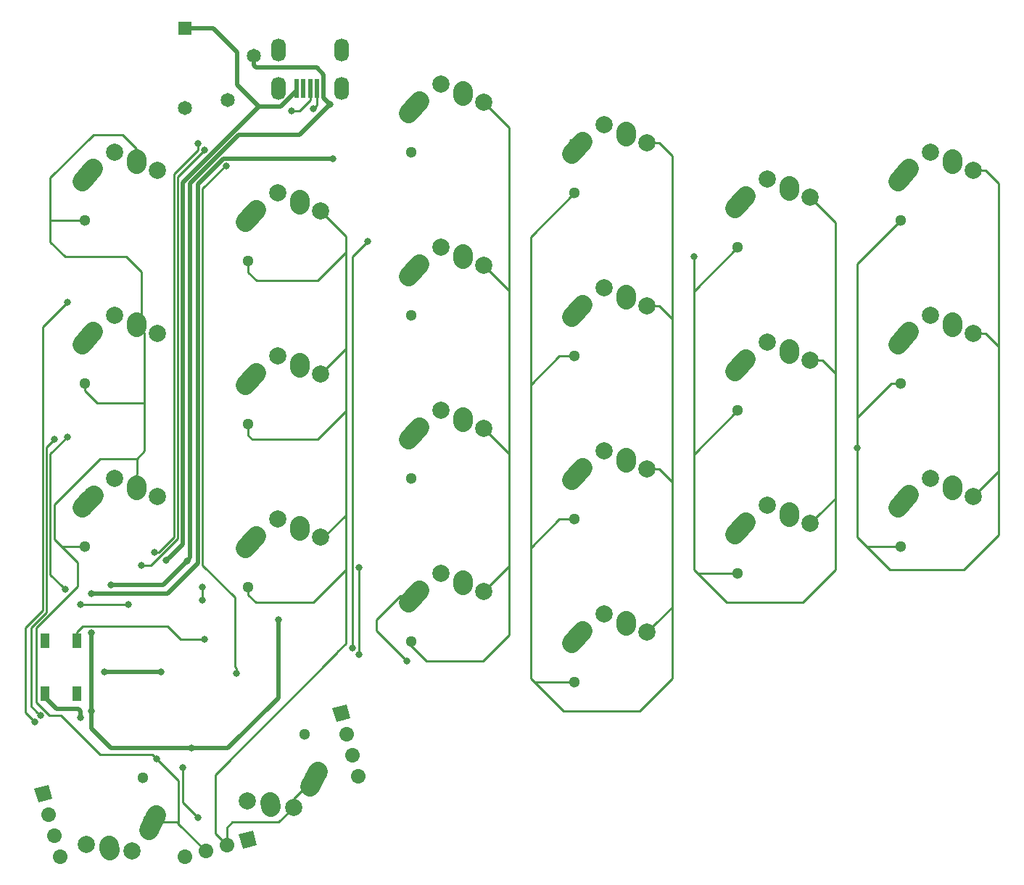
<source format=gtl>
G04 #@! TF.GenerationSoftware,KiCad,Pcbnew,(5.1.4)-1*
G04 #@! TF.CreationDate,2022-01-24T16:56:21-05:00*
G04 #@! TF.ProjectId,a44key-pcb,6134346b-6579-42d7-9063-622e6b696361,rev?*
G04 #@! TF.SameCoordinates,Original*
G04 #@! TF.FileFunction,Copper,L1,Top*
G04 #@! TF.FilePolarity,Positive*
%FSLAX46Y46*%
G04 Gerber Fmt 4.6, Leading zero omitted, Abs format (unit mm)*
G04 Created by KiCad (PCBNEW (5.1.4)-1) date 2022-01-24 16:56:21*
%MOMM*%
%LPD*%
G04 APERTURE LIST*
%ADD10C,2.000000*%
%ADD11C,2.250000*%
%ADD12C,2.250000*%
%ADD13C,1.300000*%
%ADD14C,1.700000*%
%ADD15C,1.700000*%
%ADD16C,0.100000*%
%ADD17O,1.700000X2.700000*%
%ADD18R,0.500000X2.250000*%
%ADD19R,1.100000X1.800000*%
%ADD20R,1.650000X1.650000*%
%ADD21C,1.650000*%
%ADD22C,0.800000*%
%ADD23C,0.500000*%
%ADD24C,0.254000*%
G04 APERTURE END LIST*
D10*
X113982500Y-88080000D03*
X118982500Y-90180001D03*
D11*
X116507500Y-89130000D03*
D12*
X116487729Y-89420016D02*
X116527271Y-88839984D01*
D11*
X110832500Y-90705000D03*
D12*
X110177505Y-91435004D02*
X111487495Y-89974996D01*
D13*
X110553500Y-96012000D03*
D10*
X190182500Y-102367500D03*
X195182500Y-104467501D03*
D11*
X192707500Y-103417500D03*
D12*
X192687729Y-103707516D02*
X192727271Y-103127484D01*
D11*
X187032500Y-104992500D03*
D12*
X186377505Y-105722504D02*
X187687495Y-104262496D01*
D13*
X186753500Y-110299500D03*
D10*
X190182500Y-83317500D03*
X195182500Y-85417501D03*
D11*
X192707500Y-84367500D03*
D12*
X192687729Y-84657516D02*
X192727271Y-84077484D01*
D11*
X187032500Y-85942500D03*
D12*
X186377505Y-86672504D02*
X187687495Y-85212496D01*
D13*
X186753500Y-91249500D03*
X117086239Y-132247126D03*
D11*
X118190299Y-137445505D03*
D12*
X118634037Y-136570850D02*
X117746561Y-138320160D01*
D11*
X113116310Y-140435636D03*
D12*
X113060346Y-140150385D02*
X113172274Y-140720887D01*
D10*
X110453883Y-140061990D03*
X115827032Y-140796340D03*
D14*
X88586201Y-146552355D03*
D15*
X88586201Y-146552355D02*
X88586201Y-146552355D01*
D14*
X87928801Y-144098903D03*
D15*
X87928801Y-144098903D02*
X87928801Y-144098903D01*
D14*
X87271400Y-141645452D03*
D15*
X87271400Y-141645452D02*
X87271400Y-141645452D01*
D14*
X86614000Y-139192000D03*
D16*
G36*
X86012959Y-140233033D02*
G01*
X85572967Y-138590959D01*
X87215041Y-138150967D01*
X87655033Y-139793041D01*
X86012959Y-140233033D01*
X86012959Y-140233033D01*
G37*
D14*
X123384201Y-137154355D03*
D15*
X123384201Y-137154355D02*
X123384201Y-137154355D01*
D14*
X122726801Y-134700903D03*
D15*
X122726801Y-134700903D02*
X122726801Y-134700903D01*
D14*
X122069400Y-132247452D03*
D15*
X122069400Y-132247452D02*
X122069400Y-132247452D01*
D14*
X121412000Y-129794000D03*
D16*
G36*
X120810959Y-130835033D02*
G01*
X120370967Y-129192959D01*
X122013041Y-128752967D01*
X122453033Y-130395041D01*
X120810959Y-130835033D01*
X120810959Y-130835033D01*
G37*
D14*
X103124000Y-146558000D03*
D15*
X103124000Y-146558000D02*
X103124000Y-146558000D01*
D14*
X105577452Y-145900600D03*
D15*
X105577452Y-145900600D02*
X105577452Y-145900600D01*
D14*
X108030903Y-145243199D03*
D15*
X108030903Y-145243199D02*
X108030903Y-145243199D01*
D14*
X110484355Y-144585799D03*
D16*
G36*
X109443322Y-143984758D02*
G01*
X111085396Y-143544766D01*
X111525388Y-145186840D01*
X109883314Y-145626832D01*
X109443322Y-143984758D01*
X109443322Y-143984758D01*
G37*
D17*
X121412000Y-52324000D03*
X114112000Y-52324000D03*
X114112000Y-56824000D03*
X121412000Y-56824000D03*
D18*
X119362000Y-56824000D03*
X118562000Y-56824000D03*
X117762000Y-56824000D03*
X116962000Y-56824000D03*
X116162000Y-56824000D03*
D19*
X86796000Y-121360000D03*
X90496000Y-127560000D03*
X90496000Y-121360000D03*
X86796000Y-127560000D03*
D10*
X94935521Y-102401723D03*
X99935521Y-104501724D03*
D11*
X97460521Y-103451723D03*
D12*
X97440750Y-103741739D02*
X97480292Y-103161707D01*
D11*
X91785521Y-105026723D03*
D12*
X91130526Y-105756727D02*
X92440516Y-104296719D01*
D13*
X91506521Y-110333723D03*
D20*
X103124000Y-49784000D03*
D21*
X108124000Y-58184000D03*
X111224000Y-52984000D03*
X103124000Y-59084000D03*
D10*
X133032500Y-56330000D03*
X138032500Y-58430001D03*
D11*
X135557500Y-57380000D03*
D12*
X135537729Y-57670016D02*
X135577271Y-57089984D01*
D11*
X129882500Y-58955000D03*
D12*
X129227505Y-59685004D02*
X130537495Y-58224996D01*
D13*
X129603500Y-64262000D03*
X98251447Y-137326790D03*
D11*
X99355507Y-142525169D03*
D12*
X99799245Y-141650514D02*
X98911769Y-143399824D01*
D11*
X94281518Y-145515300D03*
D12*
X94225554Y-145230049D02*
X94337482Y-145800551D01*
D10*
X91619091Y-145141654D03*
X96992240Y-145876004D03*
X190182500Y-64267500D03*
X195182500Y-66367501D03*
D11*
X192707500Y-65317500D03*
D12*
X192687729Y-65607516D02*
X192727271Y-65027484D01*
D11*
X187032500Y-66892500D03*
D12*
X186377505Y-67622504D02*
X187687495Y-66162496D01*
D13*
X186753500Y-72199500D03*
D10*
X171132500Y-105542500D03*
X176132500Y-107642501D03*
D11*
X173657500Y-106592500D03*
D12*
X173637729Y-106882516D02*
X173677271Y-106302484D01*
D11*
X167982500Y-108167500D03*
D12*
X167327505Y-108897504D02*
X168637495Y-107437496D01*
D13*
X167703500Y-113474500D03*
D10*
X171132500Y-86492500D03*
X176132500Y-88592501D03*
D11*
X173657500Y-87542500D03*
D12*
X173637729Y-87832516D02*
X173677271Y-87252484D01*
D11*
X167982500Y-89117500D03*
D12*
X167327505Y-89847504D02*
X168637495Y-88387496D01*
D13*
X167703500Y-94424500D03*
D10*
X171132500Y-67442500D03*
X176132500Y-69542501D03*
D11*
X173657500Y-68492500D03*
D12*
X173637729Y-68782516D02*
X173677271Y-68202484D01*
D11*
X167982500Y-70067500D03*
D12*
X167327505Y-70797504D02*
X168637495Y-69337496D01*
D13*
X167703500Y-75374500D03*
D10*
X152082500Y-118242500D03*
X157082500Y-120342501D03*
D11*
X154607500Y-119292500D03*
D12*
X154587729Y-119582516D02*
X154627271Y-119002484D01*
D11*
X148932500Y-120867500D03*
D12*
X148277505Y-121597504D02*
X149587495Y-120137496D01*
D13*
X148653500Y-126174500D03*
D10*
X152082500Y-99192500D03*
X157082500Y-101292501D03*
D11*
X154607500Y-100242500D03*
D12*
X154587729Y-100532516D02*
X154627271Y-99952484D01*
D11*
X148932500Y-101817500D03*
D12*
X148277505Y-102547504D02*
X149587495Y-101087496D01*
D13*
X148653500Y-107124500D03*
D10*
X152082500Y-80142500D03*
X157082500Y-82242501D03*
D11*
X154607500Y-81192500D03*
D12*
X154587729Y-81482516D02*
X154627271Y-80902484D01*
D11*
X148932500Y-82767500D03*
D12*
X148277505Y-83497504D02*
X149587495Y-82037496D01*
D13*
X148653500Y-88074500D03*
D10*
X152082500Y-61092500D03*
X157082500Y-63192501D03*
D11*
X154607500Y-62142500D03*
D12*
X154587729Y-62432516D02*
X154627271Y-61852484D01*
D11*
X148932500Y-63717500D03*
D12*
X148277505Y-64447504D02*
X149587495Y-62987496D01*
D13*
X148653500Y-69024500D03*
D10*
X133032500Y-113480000D03*
X138032500Y-115580001D03*
D11*
X135557500Y-114530000D03*
D12*
X135537729Y-114820016D02*
X135577271Y-114239984D01*
D11*
X129882500Y-116105000D03*
D12*
X129227505Y-116835004D02*
X130537495Y-115374996D01*
D13*
X129603500Y-121412000D03*
D10*
X133032500Y-94430000D03*
X138032500Y-96530001D03*
D11*
X135557500Y-95480000D03*
D12*
X135537729Y-95770016D02*
X135577271Y-95189984D01*
D11*
X129882500Y-97055000D03*
D12*
X129227505Y-97785004D02*
X130537495Y-96324996D01*
D13*
X129603500Y-102362000D03*
D10*
X133032500Y-75380000D03*
X138032500Y-77480001D03*
D11*
X135557500Y-76430000D03*
D12*
X135537729Y-76720016D02*
X135577271Y-76139984D01*
D11*
X129882500Y-78005000D03*
D12*
X129227505Y-78735004D02*
X130537495Y-77274996D01*
D13*
X129603500Y-83312000D03*
D10*
X113982500Y-107130000D03*
X118982500Y-109230001D03*
D11*
X116507500Y-108180000D03*
D12*
X116487729Y-108470016D02*
X116527271Y-107889984D01*
D11*
X110832500Y-109755000D03*
D12*
X110177505Y-110485004D02*
X111487495Y-109024996D01*
D13*
X110553500Y-115062000D03*
D10*
X113982500Y-69030000D03*
X118982500Y-71130001D03*
D11*
X116507500Y-70080000D03*
D12*
X116487729Y-70370016D02*
X116527271Y-69789984D01*
D11*
X110832500Y-71655000D03*
D12*
X110177505Y-72385004D02*
X111487495Y-70924996D01*
D13*
X110553500Y-76962000D03*
D10*
X94932500Y-83317500D03*
X99932500Y-85417501D03*
D11*
X97457500Y-84367500D03*
D12*
X97437729Y-84657516D02*
X97477271Y-84077484D01*
D11*
X91782500Y-85942500D03*
D12*
X91127505Y-86672504D02*
X92437495Y-85212496D01*
D13*
X91503500Y-91249500D03*
D10*
X94932500Y-64267500D03*
X99932500Y-66367501D03*
D11*
X97457500Y-65317500D03*
D12*
X97437729Y-65607516D02*
X97477271Y-65027484D01*
D11*
X91782500Y-66892500D03*
D12*
X91127505Y-67622504D02*
X92437495Y-66162496D01*
D13*
X91503500Y-72199500D03*
D22*
X100970432Y-111966336D03*
X93726000Y-124968000D03*
X100330000Y-124968000D03*
X90932000Y-130302000D03*
X122682000Y-122174000D03*
X124460000Y-74676000D03*
X96520000Y-117094000D03*
X96520000Y-117094000D03*
X89408012Y-97536000D03*
X90931998Y-117094000D03*
X89147924Y-115309928D03*
X123444000Y-112775996D03*
X123444000Y-122936010D03*
X102870000Y-136144000D03*
X104648000Y-141986000D03*
X129032000Y-123698004D03*
X103886000Y-133890000D03*
X92202000Y-120428000D03*
X92202000Y-129572000D03*
X114046000Y-118871984D03*
X120396000Y-65024000D03*
X92202000Y-115823978D03*
X99822000Y-135128000D03*
X105156000Y-115062000D03*
X105156006Y-116586000D03*
X162560000Y-76454000D03*
X89401923Y-81794071D03*
X85598000Y-130810000D03*
X181610000Y-98806000D03*
X87884000Y-97790000D03*
X86290390Y-130088460D03*
X118110000Y-59182000D03*
X98044000Y-112522000D03*
X105410000Y-64007994D03*
X115570000Y-59436000D03*
X99568000Y-110998000D03*
X104648000Y-63246000D03*
X105410000Y-121190000D03*
X109148000Y-125150000D03*
X108011007Y-65874000D03*
X108011007Y-65874000D03*
X120106000Y-58674000D03*
X94487986Y-114808000D03*
X103378000Y-112014000D03*
D23*
X111379000Y-58547000D02*
X109474000Y-56642000D01*
X111760000Y-58928000D02*
X111379000Y-58547000D01*
X109474000Y-56642000D02*
X109220000Y-56388000D01*
X109328001Y-56496001D02*
X109474000Y-56642000D01*
X109220000Y-52578000D02*
X106426000Y-49784000D01*
X109220000Y-56388000D02*
X109220000Y-52578000D01*
X114346491Y-58928000D02*
X111760000Y-58928000D01*
X116162000Y-56824000D02*
X116162000Y-57112491D01*
X116162000Y-57112491D02*
X114346491Y-58928000D01*
X106426000Y-49784000D02*
X103124000Y-49784000D01*
X102885022Y-67790980D02*
X102885022Y-110051746D01*
X111748002Y-58928000D02*
X102885022Y-67790980D01*
X111760000Y-58928000D02*
X111748002Y-58928000D01*
X101370431Y-111566337D02*
X100970432Y-111966336D01*
X102885022Y-110051746D02*
X101370431Y-111566337D01*
X93726000Y-124968000D02*
X100330000Y-124968000D01*
X90898000Y-130268000D02*
X90932000Y-130302000D01*
X86796000Y-127910000D02*
X86796000Y-127560000D01*
X88172000Y-129286000D02*
X86796000Y-127910000D01*
X90678000Y-129286000D02*
X88172000Y-129286000D01*
X90932000Y-130302000D02*
X90932000Y-129540000D01*
X90932000Y-129540000D02*
X90678000Y-129286000D01*
D24*
X122682000Y-122174000D02*
X122682000Y-76454000D01*
X122682000Y-76454000D02*
X124460000Y-74676000D01*
X96520000Y-117094000D02*
X90931998Y-117094000D01*
X87429989Y-99514023D02*
X87429989Y-113591993D01*
X88747925Y-114909929D02*
X89147924Y-115309928D01*
X89408012Y-97536000D02*
X87429989Y-99514023D01*
X87429989Y-113591993D02*
X88747925Y-114909929D01*
X123444000Y-112775996D02*
X123444000Y-122936010D01*
X102870000Y-140208000D02*
X104248001Y-141586001D01*
X104248001Y-141586001D02*
X104648000Y-141986000D01*
X102870000Y-136144000D02*
X102870000Y-140208000D01*
X128274157Y-116105000D02*
X125476000Y-118903157D01*
X125476000Y-120142004D02*
X128632001Y-123298005D01*
X129882500Y-116105000D02*
X128274157Y-116105000D01*
X128632001Y-123298005D02*
X129032000Y-123698004D01*
X125476000Y-118903157D02*
X125476000Y-120142004D01*
X148932500Y-63717500D02*
X148065130Y-62850130D01*
D23*
X94488000Y-133890000D02*
X103886000Y-133890000D01*
X92202000Y-129572000D02*
X92202000Y-120428000D01*
X92202000Y-131604000D02*
X92202000Y-129572000D01*
X94488000Y-133890000D02*
X92202000Y-131604000D01*
X114046000Y-119437669D02*
X114046000Y-118871984D01*
X114046000Y-128016000D02*
X114046000Y-119437669D01*
X103886000Y-133890000D02*
X108172000Y-133890000D01*
X108172000Y-133890000D02*
X114046000Y-128016000D01*
X92767685Y-115823978D02*
X92202000Y-115823978D01*
X104636004Y-68019928D02*
X104636004Y-112279996D01*
X107631932Y-65024000D02*
X104636004Y-68019928D01*
X101092022Y-115823978D02*
X92767685Y-115823978D01*
X104636004Y-112279996D02*
X101092022Y-115823978D01*
X120396000Y-65024000D02*
X107631932Y-65024000D01*
D24*
X105577452Y-145900600D02*
X102393426Y-142716574D01*
X102202021Y-142525169D02*
X99355507Y-142525169D01*
X102393426Y-142716574D02*
X102202021Y-142525169D01*
X90587283Y-110333723D02*
X91506521Y-110333723D01*
X88997723Y-110333723D02*
X90587283Y-110333723D01*
X97460521Y-101941162D02*
X97536000Y-101865683D01*
X97460521Y-103451723D02*
X97460521Y-101941162D01*
X97536000Y-101865683D02*
X97536000Y-100076000D01*
X91503500Y-72199500D02*
X87439500Y-72199500D01*
X98443442Y-85353442D02*
X97457500Y-84367500D01*
X97536000Y-100076000D02*
X98443442Y-99168558D01*
X92915320Y-93580558D02*
X98443442Y-93580558D01*
X91503500Y-92168738D02*
X92915320Y-93580558D01*
X91503500Y-91249500D02*
X91503500Y-92168738D01*
X98443442Y-99168558D02*
X98443442Y-93580558D01*
X98443442Y-93580558D02*
X98443442Y-85353442D01*
X92456000Y-62230000D02*
X95880561Y-62230000D01*
X97457500Y-63806939D02*
X97457500Y-65317500D01*
X87439500Y-67246500D02*
X92456000Y-62230000D01*
X95880561Y-62230000D02*
X97457500Y-63806939D01*
X98044000Y-83781000D02*
X98044000Y-78232000D01*
X98044000Y-78232000D02*
X96266000Y-76454000D01*
X97457500Y-84367500D02*
X98044000Y-83781000D01*
X96266000Y-76454000D02*
X89154000Y-76454000D01*
X89154000Y-76454000D02*
X87439500Y-74739500D01*
X87439500Y-74739500D02*
X87439500Y-67246500D01*
X93218000Y-100076000D02*
X97536000Y-100076000D01*
X87884000Y-105410000D02*
X93218000Y-100076000D01*
X87884000Y-109474000D02*
X87884000Y-105410000D01*
X88997723Y-110333723D02*
X88743723Y-110333723D01*
X88743723Y-110333723D02*
X87884000Y-109474000D01*
X99314000Y-134620000D02*
X102393426Y-137699426D01*
X93218000Y-134620000D02*
X99314000Y-134620000D01*
X88646000Y-130048000D02*
X93218000Y-134620000D01*
X90643002Y-112233002D02*
X90643002Y-114977068D01*
X88743723Y-110333723D02*
X90643002Y-112233002D01*
X90643002Y-114977068D02*
X85798011Y-119822059D01*
X85798011Y-119822059D02*
X85798011Y-128520119D01*
X102393426Y-137699426D02*
X102393426Y-142716574D01*
X85798011Y-128520119D02*
X87325892Y-130048000D01*
X87325892Y-130048000D02*
X88646000Y-130048000D01*
X119176249Y-109423750D02*
X118982500Y-109230001D01*
X121920000Y-106680000D02*
X119176249Y-109423750D01*
X118982500Y-71130001D02*
X121920000Y-74067501D01*
X115827032Y-139808772D02*
X115827032Y-140796340D01*
X118190299Y-137445505D02*
X115827032Y-139808772D01*
X108030903Y-143175097D02*
X108030903Y-145243199D01*
X108659990Y-142546010D02*
X108030903Y-143175097D01*
X115827032Y-140796340D02*
X114077362Y-142546010D01*
X114077362Y-142546010D02*
X108659990Y-142546010D01*
X121920000Y-101600000D02*
X121920000Y-106680000D01*
X121920000Y-106680000D02*
X121920000Y-112268000D01*
X110553500Y-115981238D02*
X110553500Y-115062000D01*
X111412262Y-116840000D02*
X110553500Y-115981238D01*
X118110000Y-116840000D02*
X111412262Y-116840000D01*
X121920000Y-112268000D02*
X121920000Y-113030000D01*
X121920000Y-113030000D02*
X118110000Y-116840000D01*
X121920000Y-94488000D02*
X121920000Y-101600000D01*
X118618000Y-97790000D02*
X121920000Y-94488000D01*
X110998000Y-97790000D02*
X118618000Y-97790000D01*
X110553500Y-96012000D02*
X110553500Y-97345500D01*
X110553500Y-97345500D02*
X110998000Y-97790000D01*
X121920000Y-87242501D02*
X121920000Y-86614000D01*
X118982500Y-90180001D02*
X121920000Y-87242501D01*
X121920000Y-86614000D02*
X121920000Y-94488000D01*
X121920000Y-74067501D02*
X121920000Y-75946000D01*
X121920000Y-75946000D02*
X121920000Y-86614000D01*
X118618000Y-79248000D02*
X121920000Y-75946000D01*
X111506000Y-79248000D02*
X118618000Y-79248000D01*
X110553500Y-76962000D02*
X110553500Y-78295500D01*
X110553500Y-78295500D02*
X111506000Y-79248000D01*
X106680000Y-136972686D02*
X120970686Y-122682000D01*
X108030903Y-145243199D02*
X106680000Y-143892296D01*
X106680000Y-143892296D02*
X106680000Y-136972686D01*
X120970686Y-122615314D02*
X121920000Y-121666000D01*
X120970686Y-122682000D02*
X120970686Y-122615314D01*
X121920000Y-112268000D02*
X121920000Y-121666000D01*
X105156000Y-116585994D02*
X105156006Y-116586000D01*
X105156000Y-115062000D02*
X105156000Y-116585994D01*
X139032499Y-59430000D02*
X138032500Y-58430001D01*
X140970000Y-61367501D02*
X139032499Y-59430000D01*
X138032500Y-115580001D02*
X140970000Y-112642501D01*
X140970000Y-99467501D02*
X140970000Y-100330000D01*
X138032500Y-96530001D02*
X140970000Y-99467501D01*
X140970000Y-112642501D02*
X140970000Y-100330000D01*
X140970000Y-100330000D02*
X140970000Y-61367501D01*
X138032500Y-77480001D02*
X140970000Y-80417501D01*
X129603500Y-121923538D02*
X129603500Y-121412000D01*
X140970000Y-112642501D02*
X140970000Y-120650000D01*
X140970000Y-120650000D02*
X137922000Y-123698000D01*
X131377962Y-123698000D02*
X129603500Y-121923538D01*
X137922000Y-123698000D02*
X131377962Y-123698000D01*
X158082499Y-119342502D02*
X157082500Y-120342501D01*
X160020000Y-117405001D02*
X158082499Y-119342502D01*
X157082500Y-63192501D02*
X158496713Y-63192501D01*
X158496713Y-63192501D02*
X160020000Y-64715788D01*
X160020000Y-102815788D02*
X160020000Y-104140000D01*
X158496713Y-101292501D02*
X160020000Y-102815788D01*
X157082500Y-101292501D02*
X158496713Y-101292501D01*
X160020000Y-64715788D02*
X160020000Y-104140000D01*
X160020000Y-104140000D02*
X160020000Y-117405001D01*
X158496713Y-82242501D02*
X160020000Y-83765788D01*
X157082500Y-82242501D02*
X158496713Y-82242501D01*
X148653500Y-69024500D02*
X143510000Y-74168000D01*
X143510000Y-125730000D02*
X143510000Y-124460000D01*
X147320000Y-129540000D02*
X143510000Y-125730000D01*
X156210000Y-129540000D02*
X147320000Y-129540000D01*
X160020000Y-117405001D02*
X160020000Y-125730000D01*
X160020000Y-125730000D02*
X156210000Y-129540000D01*
X147734262Y-126174500D02*
X148653500Y-126174500D01*
X143510000Y-125730000D02*
X143954500Y-126174500D01*
X143954500Y-126174500D02*
X147734262Y-126174500D01*
X148653500Y-107124500D02*
X146875500Y-107124500D01*
X146875500Y-107124500D02*
X143510000Y-110490000D01*
X143510000Y-110490000D02*
X143510000Y-124460000D01*
X148653500Y-88074500D02*
X146875500Y-88074500D01*
X146875500Y-88074500D02*
X143510000Y-91440000D01*
X143510000Y-74168000D02*
X143510000Y-91440000D01*
X143510000Y-91440000D02*
X143510000Y-110490000D01*
X167703500Y-75374500D02*
X162560000Y-80518000D01*
X177132499Y-106642502D02*
X176132500Y-107642501D01*
X179070000Y-104705001D02*
X177132499Y-106642502D01*
X176132500Y-69542501D02*
X179070000Y-72480001D01*
X179070000Y-90115788D02*
X179070000Y-92710000D01*
X177546713Y-88592501D02*
X179070000Y-90115788D01*
X176132500Y-88592501D02*
X177546713Y-88592501D01*
X179070000Y-72480001D02*
X179070000Y-92710000D01*
X179070000Y-104140000D02*
X179070000Y-104705001D01*
X179070000Y-92710000D02*
X179070000Y-104140000D01*
X162560000Y-113030000D02*
X162560000Y-110057398D01*
X166370000Y-116840000D02*
X162560000Y-113030000D01*
X175260000Y-116840000D02*
X166370000Y-116840000D01*
X179070000Y-104140000D02*
X179070000Y-113030000D01*
X179070000Y-113030000D02*
X175260000Y-116840000D01*
X166784262Y-113474500D02*
X167703500Y-113474500D01*
X162560000Y-113030000D02*
X163004500Y-113474500D01*
X163004500Y-113474500D02*
X166784262Y-113474500D01*
X162560000Y-99568000D02*
X162560000Y-100330000D01*
X167703500Y-94424500D02*
X162560000Y-99568000D01*
X162560000Y-80518000D02*
X162560000Y-100330000D01*
X162560000Y-100330000D02*
X162560000Y-110057398D01*
X162560000Y-77019685D02*
X162560000Y-80518000D01*
X162560000Y-76454000D02*
X162560000Y-77019685D01*
X84533021Y-119802913D02*
X84533021Y-129745021D01*
X89401923Y-81794071D02*
X86521968Y-84674026D01*
X86521968Y-84674026D02*
X86521968Y-117813966D01*
X85198001Y-130410001D02*
X85598000Y-130810000D01*
X84533021Y-129745021D02*
X85198001Y-130410001D01*
X86521968Y-117813966D02*
X84533021Y-119802913D01*
X196182499Y-103467502D02*
X195182500Y-104467501D01*
X198120000Y-101530001D02*
X196182499Y-103467502D01*
X195182500Y-66367501D02*
X196596713Y-66367501D01*
X196596713Y-66367501D02*
X198120000Y-67890788D01*
X196596713Y-85417501D02*
X198120000Y-86940788D01*
X195182500Y-85417501D02*
X196596713Y-85417501D01*
X186753500Y-72199500D02*
X181610000Y-77343000D01*
X186753500Y-91249500D02*
X185610500Y-91249500D01*
X181610000Y-95250000D02*
X181610000Y-96520000D01*
X185610500Y-91249500D02*
X181610000Y-95250000D01*
X181610000Y-77343000D02*
X181610000Y-96520000D01*
X198120000Y-100330000D02*
X198120000Y-101530001D01*
X198120000Y-67890788D02*
X198120000Y-100330000D01*
X181610000Y-109220000D02*
X181610000Y-105410000D01*
X185420000Y-113030000D02*
X181610000Y-109220000D01*
X194093699Y-113030000D02*
X185420000Y-113030000D01*
X198120000Y-100330000D02*
X198120000Y-109003699D01*
X198120000Y-109003699D02*
X194093699Y-113030000D01*
X186753500Y-110299500D02*
X182689500Y-110299500D01*
X181610000Y-105410000D02*
X181610000Y-98806000D01*
X181610000Y-98806000D02*
X181610000Y-96520000D01*
X85198001Y-128996071D02*
X85890391Y-129688461D01*
X85198001Y-119780001D02*
X85198001Y-128996071D01*
X86975979Y-118002023D02*
X85198001Y-119780001D01*
X87884000Y-97790000D02*
X86975979Y-98698021D01*
X86975979Y-98698021D02*
X86975979Y-118002023D01*
X85890391Y-129688461D02*
X86290390Y-130088460D01*
X118562000Y-58730000D02*
X118110000Y-59182000D01*
X118562000Y-56824000D02*
X118562000Y-58730000D01*
X102308011Y-109408057D02*
X102308011Y-67109983D01*
X102308011Y-67109983D02*
X105010001Y-64407993D01*
X105010001Y-64407993D02*
X105410000Y-64007994D01*
X99194068Y-112522000D02*
X102308011Y-109408057D01*
X98044000Y-112522000D02*
X99194068Y-112522000D01*
X116529000Y-59436000D02*
X115570000Y-59436000D01*
X117762000Y-56824000D02*
X117762000Y-58203000D01*
X117762000Y-58203000D02*
X116529000Y-59436000D01*
X100076000Y-110998000D02*
X99568000Y-110998000D01*
X101854000Y-109220000D02*
X100076000Y-110998000D01*
X101854000Y-66802000D02*
X101854000Y-109220000D01*
X104648000Y-63246000D02*
X104648000Y-64008000D01*
X104648000Y-64008000D02*
X101854000Y-66802000D01*
X90496000Y-120324000D02*
X90496000Y-121360000D01*
X91186000Y-119634000D02*
X90496000Y-120324000D01*
X101092000Y-119634000D02*
X91186000Y-119634000D01*
X105410000Y-121190000D02*
X102648000Y-121190000D01*
X102648000Y-121190000D02*
X101092000Y-119634000D01*
X109148000Y-124584315D02*
X108966000Y-124402315D01*
X109148000Y-125150000D02*
X109148000Y-124584315D01*
X108966000Y-117856000D02*
X108966000Y-117602000D01*
X108966000Y-124402315D02*
X108966000Y-117856000D01*
X108966000Y-117856000D02*
X108966000Y-116271987D01*
X105213015Y-112519001D02*
X105213015Y-68522985D01*
X105213015Y-68522985D02*
X107950000Y-65786000D01*
X108966000Y-116271987D02*
X105213015Y-112519001D01*
X107950000Y-65786000D02*
X107950000Y-65812993D01*
X107950000Y-65812993D02*
X108011007Y-65874000D01*
D23*
X119362000Y-56824000D02*
X119362000Y-55199000D01*
X119362000Y-55199000D02*
X118519000Y-54356000D01*
X118519000Y-54356000D02*
X111429274Y-54356000D01*
X111429274Y-54356000D02*
X111224000Y-54150726D01*
X111224000Y-54150726D02*
X111224000Y-52984000D01*
X119362000Y-56824000D02*
X119362000Y-57930000D01*
X119362000Y-57930000D02*
X120106000Y-58674000D01*
X100584000Y-114808000D02*
X94487986Y-114808000D01*
X103378000Y-112014000D02*
X100584000Y-114808000D01*
X103777999Y-111614001D02*
X103378000Y-112014000D01*
X116550000Y-62230000D02*
X109435967Y-62230000D01*
X103777999Y-67887968D02*
X103777999Y-111614001D01*
X109435967Y-62230000D02*
X103777999Y-67887968D01*
X120106000Y-58674000D02*
X116550000Y-62230000D01*
M02*

</source>
